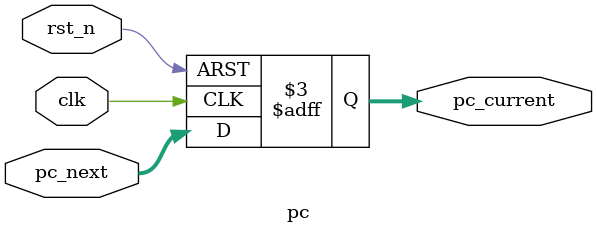
<source format=sv>
/*
module pc(
        input clk,rst_n,
        input [31:0]  pc_next,
        output logic [31:0] pc_current
    );
    logic flag = 1'b0;
    always @(posedge clk,negedge rst_n) begin
        if (~rst_n) begin
            pc_current <= 32'b0;
        end
        else begin
            if (!flag) begin 
                pc_current <= 32'b0;
                flag <= 1'b1; end
            else
                pc_current <= pc_next;
        end
    end
endmodule
*/

module pc(
        input clk,rst_n,
        input [31:0]  pc_next,
        output logic [31:0] pc_current
    );
    always @(posedge clk,negedge rst_n) begin
        if (~rst_n) begin
            pc_current <= 32'b0;
        end
        else begin
            pc_current <= pc_next;
        end
    end
endmodule

</source>
